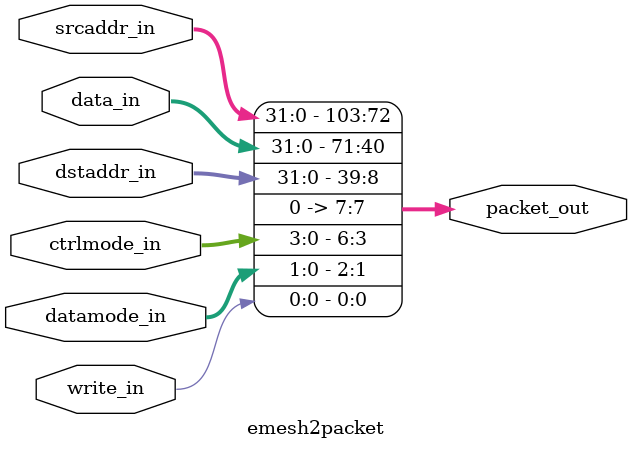
<source format=v>
/*Converts an emesh bundle into a 104 bit packet*/
module emesh2packet(/*AUTOARG*/
   // Outputs
   packet_out,
   // Inputs
   write_in, datamode_in, ctrlmode_in, dstaddr_in, data_in,
   srcaddr_in
   );

   parameter AW=32;
   parameter DW=32;
   parameter PW=104;
   
   //Emesh signal bundle
   input 	    write_in;   
   input [1:0] 	    datamode_in;
   input [3:0] 	    ctrlmode_in;
   input [AW-1:0]   dstaddr_in;
   input [DW-1:0]   data_in;   
   input [AW-1:0]   srcaddr_in;   
   
   //Output packet
   output [PW-1:0]  packet_out;

   assign packet_out[0]       = write_in;   
   assign packet_out[2:1]     = datamode_in[1:0];
   assign packet_out[7:3]     = {1'b0,ctrlmode_in[3:0]};
   assign packet_out[39:8]    = dstaddr_in[AW-1:0];
   assign packet_out[71:40]   = data_in[AW-1:0];
   assign packet_out[103:72]  = srcaddr_in[AW-1:0];
     
endmodule // emesh2packet
/*
  Copyright (C) 2015 Adapteva, Inc.
  Contributed by Andreas Olofsson <support@adapteva.com>

  This program is free software: you can redistribute it and/or modify
  it under the terms of the GNU General Public License as published by
  the Free Software Foundation, either version 3 of the License, or
  (at your option) any later version.

  This program is distributed in the hope that it will be useful,
  but WITHOUT ANY WARRANTY; without even the implied warranty of
  MERCHANTABILITY or FITNESS FOR A PARTICULAR PURPOSE.  See the
  GNU General Public License for more details.

  You should have received a copy of the GNU General Public License
  along with this program (see the file COPYING).  If not, see
  <http://www.gnu.org/licenses/>.
*/

</source>
